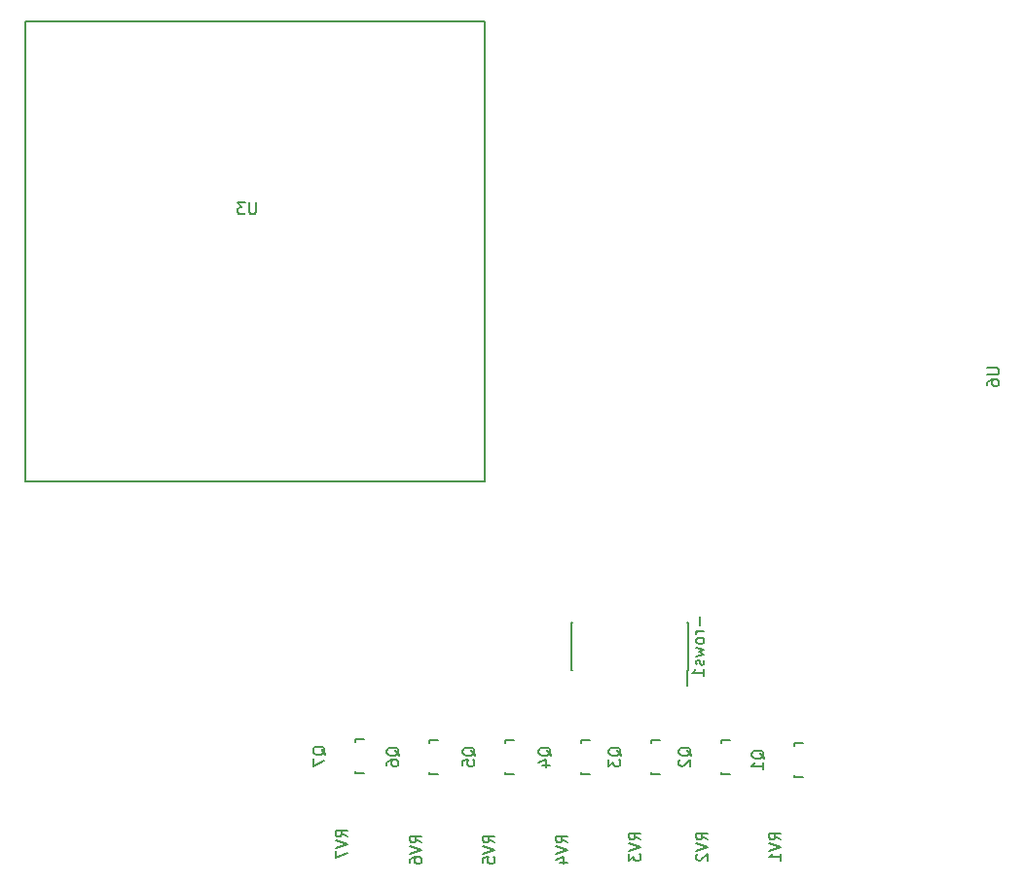
<source format=gbr>
G04 #@! TF.FileFunction,Legend,Bot*
%FSLAX46Y46*%
G04 Gerber Fmt 4.6, Leading zero omitted, Abs format (unit mm)*
G04 Created by KiCad (PCBNEW 4.0.2+dfsg1-stable) date Po  3. jún 2019, 21:27:26 CEST*
%MOMM*%
G01*
G04 APERTURE LIST*
%ADD10C,0.100000*%
%ADD11C,0.150000*%
G04 APERTURE END LIST*
D10*
D11*
X173024800Y-108736180D02*
X172323760Y-108736180D01*
X172323760Y-108736180D02*
X172323760Y-108985100D01*
X172323760Y-111535160D02*
X172323760Y-111735820D01*
X172323760Y-111735820D02*
X173024800Y-111735820D01*
X166674800Y-108482180D02*
X165973760Y-108482180D01*
X165973760Y-108482180D02*
X165973760Y-108731100D01*
X165973760Y-111281160D02*
X165973760Y-111481820D01*
X165973760Y-111481820D02*
X166674800Y-111481820D01*
X160578800Y-108482180D02*
X159877760Y-108482180D01*
X159877760Y-108482180D02*
X159877760Y-108731100D01*
X159877760Y-111281160D02*
X159877760Y-111481820D01*
X159877760Y-111481820D02*
X160578800Y-111481820D01*
X154482800Y-108482180D02*
X153781760Y-108482180D01*
X153781760Y-108482180D02*
X153781760Y-108731100D01*
X153781760Y-111281160D02*
X153781760Y-111481820D01*
X153781760Y-111481820D02*
X154482800Y-111481820D01*
X147878800Y-108482180D02*
X147177760Y-108482180D01*
X147177760Y-108482180D02*
X147177760Y-108731100D01*
X147177760Y-111281160D02*
X147177760Y-111481820D01*
X147177760Y-111481820D02*
X147878800Y-111481820D01*
X141274800Y-108482180D02*
X140573760Y-108482180D01*
X140573760Y-108482180D02*
X140573760Y-108731100D01*
X140573760Y-111281160D02*
X140573760Y-111481820D01*
X140573760Y-111481820D02*
X141274800Y-111481820D01*
X134846800Y-108398180D02*
X134145760Y-108398180D01*
X134145760Y-108398180D02*
X134145760Y-108647100D01*
X134145760Y-111197160D02*
X134145760Y-111397820D01*
X134145760Y-111397820D02*
X134846800Y-111397820D01*
X163063000Y-102405000D02*
X162958000Y-102405000D01*
X163063000Y-98255000D02*
X162958000Y-98255000D01*
X152913000Y-98255000D02*
X153018000Y-98255000D01*
X152913000Y-102405000D02*
X153018000Y-102405000D01*
X163063000Y-102405000D02*
X163063000Y-98255000D01*
X152913000Y-102405000D02*
X152913000Y-98255000D01*
X162958000Y-102405000D02*
X162958000Y-103780000D01*
X145410000Y-45974000D02*
X145410000Y-85974000D01*
X145410000Y-85974000D02*
X105510000Y-85974000D01*
X105510000Y-85974000D02*
X105410000Y-85974000D01*
X105410000Y-85974000D02*
X105410000Y-45974000D01*
X105410000Y-45974000D02*
X145410000Y-45974000D01*
X189104381Y-76116095D02*
X189913905Y-76116095D01*
X190009143Y-76163714D01*
X190056762Y-76211333D01*
X190104381Y-76306571D01*
X190104381Y-76497048D01*
X190056762Y-76592286D01*
X190009143Y-76639905D01*
X189913905Y-76687524D01*
X189104381Y-76687524D01*
X189104381Y-77592286D02*
X189104381Y-77401809D01*
X189152000Y-77306571D01*
X189199619Y-77258952D01*
X189342476Y-77163714D01*
X189532952Y-77116095D01*
X189913905Y-77116095D01*
X190009143Y-77163714D01*
X190056762Y-77211333D01*
X190104381Y-77306571D01*
X190104381Y-77497048D01*
X190056762Y-77592286D01*
X190009143Y-77639905D01*
X189913905Y-77687524D01*
X189675810Y-77687524D01*
X189580571Y-77639905D01*
X189532952Y-77592286D01*
X189485333Y-77497048D01*
X189485333Y-77306571D01*
X189532952Y-77211333D01*
X189580571Y-77163714D01*
X189675810Y-77116095D01*
X171126381Y-117182762D02*
X170650190Y-116849428D01*
X171126381Y-116611333D02*
X170126381Y-116611333D01*
X170126381Y-116992286D01*
X170174000Y-117087524D01*
X170221619Y-117135143D01*
X170316857Y-117182762D01*
X170459714Y-117182762D01*
X170554952Y-117135143D01*
X170602571Y-117087524D01*
X170650190Y-116992286D01*
X170650190Y-116611333D01*
X170126381Y-117468476D02*
X171126381Y-117801809D01*
X170126381Y-118135143D01*
X171126381Y-118992286D02*
X171126381Y-118420857D01*
X171126381Y-118706571D02*
X170126381Y-118706571D01*
X170269238Y-118611333D01*
X170364476Y-118516095D01*
X170412095Y-118420857D01*
X164776381Y-117182762D02*
X164300190Y-116849428D01*
X164776381Y-116611333D02*
X163776381Y-116611333D01*
X163776381Y-116992286D01*
X163824000Y-117087524D01*
X163871619Y-117135143D01*
X163966857Y-117182762D01*
X164109714Y-117182762D01*
X164204952Y-117135143D01*
X164252571Y-117087524D01*
X164300190Y-116992286D01*
X164300190Y-116611333D01*
X163776381Y-117468476D02*
X164776381Y-117801809D01*
X163776381Y-118135143D01*
X163871619Y-118420857D02*
X163824000Y-118468476D01*
X163776381Y-118563714D01*
X163776381Y-118801810D01*
X163824000Y-118897048D01*
X163871619Y-118944667D01*
X163966857Y-118992286D01*
X164062095Y-118992286D01*
X164204952Y-118944667D01*
X164776381Y-118373238D01*
X164776381Y-118992286D01*
X158934381Y-117182762D02*
X158458190Y-116849428D01*
X158934381Y-116611333D02*
X157934381Y-116611333D01*
X157934381Y-116992286D01*
X157982000Y-117087524D01*
X158029619Y-117135143D01*
X158124857Y-117182762D01*
X158267714Y-117182762D01*
X158362952Y-117135143D01*
X158410571Y-117087524D01*
X158458190Y-116992286D01*
X158458190Y-116611333D01*
X157934381Y-117468476D02*
X158934381Y-117801809D01*
X157934381Y-118135143D01*
X157934381Y-118373238D02*
X157934381Y-118992286D01*
X158315333Y-118658952D01*
X158315333Y-118801810D01*
X158362952Y-118897048D01*
X158410571Y-118944667D01*
X158505810Y-118992286D01*
X158743905Y-118992286D01*
X158839143Y-118944667D01*
X158886762Y-118897048D01*
X158934381Y-118801810D01*
X158934381Y-118516095D01*
X158886762Y-118420857D01*
X158839143Y-118373238D01*
X152584381Y-117436762D02*
X152108190Y-117103428D01*
X152584381Y-116865333D02*
X151584381Y-116865333D01*
X151584381Y-117246286D01*
X151632000Y-117341524D01*
X151679619Y-117389143D01*
X151774857Y-117436762D01*
X151917714Y-117436762D01*
X152012952Y-117389143D01*
X152060571Y-117341524D01*
X152108190Y-117246286D01*
X152108190Y-116865333D01*
X151584381Y-117722476D02*
X152584381Y-118055809D01*
X151584381Y-118389143D01*
X151917714Y-119151048D02*
X152584381Y-119151048D01*
X151536762Y-118912952D02*
X152251048Y-118674857D01*
X152251048Y-119293905D01*
X146234381Y-117436762D02*
X145758190Y-117103428D01*
X146234381Y-116865333D02*
X145234381Y-116865333D01*
X145234381Y-117246286D01*
X145282000Y-117341524D01*
X145329619Y-117389143D01*
X145424857Y-117436762D01*
X145567714Y-117436762D01*
X145662952Y-117389143D01*
X145710571Y-117341524D01*
X145758190Y-117246286D01*
X145758190Y-116865333D01*
X145234381Y-117722476D02*
X146234381Y-118055809D01*
X145234381Y-118389143D01*
X145234381Y-119198667D02*
X145234381Y-118722476D01*
X145710571Y-118674857D01*
X145662952Y-118722476D01*
X145615333Y-118817714D01*
X145615333Y-119055810D01*
X145662952Y-119151048D01*
X145710571Y-119198667D01*
X145805810Y-119246286D01*
X146043905Y-119246286D01*
X146139143Y-119198667D01*
X146186762Y-119151048D01*
X146234381Y-119055810D01*
X146234381Y-118817714D01*
X146186762Y-118722476D01*
X146139143Y-118674857D01*
X139884381Y-117436762D02*
X139408190Y-117103428D01*
X139884381Y-116865333D02*
X138884381Y-116865333D01*
X138884381Y-117246286D01*
X138932000Y-117341524D01*
X138979619Y-117389143D01*
X139074857Y-117436762D01*
X139217714Y-117436762D01*
X139312952Y-117389143D01*
X139360571Y-117341524D01*
X139408190Y-117246286D01*
X139408190Y-116865333D01*
X138884381Y-117722476D02*
X139884381Y-118055809D01*
X138884381Y-118389143D01*
X138884381Y-119151048D02*
X138884381Y-118960571D01*
X138932000Y-118865333D01*
X138979619Y-118817714D01*
X139122476Y-118722476D01*
X139312952Y-118674857D01*
X139693905Y-118674857D01*
X139789143Y-118722476D01*
X139836762Y-118770095D01*
X139884381Y-118865333D01*
X139884381Y-119055810D01*
X139836762Y-119151048D01*
X139789143Y-119198667D01*
X139693905Y-119246286D01*
X139455810Y-119246286D01*
X139360571Y-119198667D01*
X139312952Y-119151048D01*
X139265333Y-119055810D01*
X139265333Y-118865333D01*
X139312952Y-118770095D01*
X139360571Y-118722476D01*
X139455810Y-118674857D01*
X133407381Y-116928762D02*
X132931190Y-116595428D01*
X133407381Y-116357333D02*
X132407381Y-116357333D01*
X132407381Y-116738286D01*
X132455000Y-116833524D01*
X132502619Y-116881143D01*
X132597857Y-116928762D01*
X132740714Y-116928762D01*
X132835952Y-116881143D01*
X132883571Y-116833524D01*
X132931190Y-116738286D01*
X132931190Y-116357333D01*
X132407381Y-117214476D02*
X133407381Y-117547809D01*
X132407381Y-117881143D01*
X132407381Y-118119238D02*
X132407381Y-118785905D01*
X133407381Y-118357333D01*
X169711619Y-110140762D02*
X169664000Y-110045524D01*
X169568762Y-109950286D01*
X169425905Y-109807429D01*
X169378286Y-109712190D01*
X169378286Y-109616952D01*
X169616381Y-109664571D02*
X169568762Y-109569333D01*
X169473524Y-109474095D01*
X169283048Y-109426476D01*
X168949714Y-109426476D01*
X168759238Y-109474095D01*
X168664000Y-109569333D01*
X168616381Y-109664571D01*
X168616381Y-109855048D01*
X168664000Y-109950286D01*
X168759238Y-110045524D01*
X168949714Y-110093143D01*
X169283048Y-110093143D01*
X169473524Y-110045524D01*
X169568762Y-109950286D01*
X169616381Y-109855048D01*
X169616381Y-109664571D01*
X169616381Y-111045524D02*
X169616381Y-110474095D01*
X169616381Y-110759809D02*
X168616381Y-110759809D01*
X168759238Y-110664571D01*
X168854476Y-110569333D01*
X168902095Y-110474095D01*
X163361619Y-109886762D02*
X163314000Y-109791524D01*
X163218762Y-109696286D01*
X163075905Y-109553429D01*
X163028286Y-109458190D01*
X163028286Y-109362952D01*
X163266381Y-109410571D02*
X163218762Y-109315333D01*
X163123524Y-109220095D01*
X162933048Y-109172476D01*
X162599714Y-109172476D01*
X162409238Y-109220095D01*
X162314000Y-109315333D01*
X162266381Y-109410571D01*
X162266381Y-109601048D01*
X162314000Y-109696286D01*
X162409238Y-109791524D01*
X162599714Y-109839143D01*
X162933048Y-109839143D01*
X163123524Y-109791524D01*
X163218762Y-109696286D01*
X163266381Y-109601048D01*
X163266381Y-109410571D01*
X162361619Y-110220095D02*
X162314000Y-110267714D01*
X162266381Y-110362952D01*
X162266381Y-110601048D01*
X162314000Y-110696286D01*
X162361619Y-110743905D01*
X162456857Y-110791524D01*
X162552095Y-110791524D01*
X162694952Y-110743905D01*
X163266381Y-110172476D01*
X163266381Y-110791524D01*
X157265619Y-109886762D02*
X157218000Y-109791524D01*
X157122762Y-109696286D01*
X156979905Y-109553429D01*
X156932286Y-109458190D01*
X156932286Y-109362952D01*
X157170381Y-109410571D02*
X157122762Y-109315333D01*
X157027524Y-109220095D01*
X156837048Y-109172476D01*
X156503714Y-109172476D01*
X156313238Y-109220095D01*
X156218000Y-109315333D01*
X156170381Y-109410571D01*
X156170381Y-109601048D01*
X156218000Y-109696286D01*
X156313238Y-109791524D01*
X156503714Y-109839143D01*
X156837048Y-109839143D01*
X157027524Y-109791524D01*
X157122762Y-109696286D01*
X157170381Y-109601048D01*
X157170381Y-109410571D01*
X156170381Y-110172476D02*
X156170381Y-110791524D01*
X156551333Y-110458190D01*
X156551333Y-110601048D01*
X156598952Y-110696286D01*
X156646571Y-110743905D01*
X156741810Y-110791524D01*
X156979905Y-110791524D01*
X157075143Y-110743905D01*
X157122762Y-110696286D01*
X157170381Y-110601048D01*
X157170381Y-110315333D01*
X157122762Y-110220095D01*
X157075143Y-110172476D01*
X151169619Y-109886762D02*
X151122000Y-109791524D01*
X151026762Y-109696286D01*
X150883905Y-109553429D01*
X150836286Y-109458190D01*
X150836286Y-109362952D01*
X151074381Y-109410571D02*
X151026762Y-109315333D01*
X150931524Y-109220095D01*
X150741048Y-109172476D01*
X150407714Y-109172476D01*
X150217238Y-109220095D01*
X150122000Y-109315333D01*
X150074381Y-109410571D01*
X150074381Y-109601048D01*
X150122000Y-109696286D01*
X150217238Y-109791524D01*
X150407714Y-109839143D01*
X150741048Y-109839143D01*
X150931524Y-109791524D01*
X151026762Y-109696286D01*
X151074381Y-109601048D01*
X151074381Y-109410571D01*
X150407714Y-110696286D02*
X151074381Y-110696286D01*
X150026762Y-110458190D02*
X150741048Y-110220095D01*
X150741048Y-110839143D01*
X144565619Y-109886762D02*
X144518000Y-109791524D01*
X144422762Y-109696286D01*
X144279905Y-109553429D01*
X144232286Y-109458190D01*
X144232286Y-109362952D01*
X144470381Y-109410571D02*
X144422762Y-109315333D01*
X144327524Y-109220095D01*
X144137048Y-109172476D01*
X143803714Y-109172476D01*
X143613238Y-109220095D01*
X143518000Y-109315333D01*
X143470381Y-109410571D01*
X143470381Y-109601048D01*
X143518000Y-109696286D01*
X143613238Y-109791524D01*
X143803714Y-109839143D01*
X144137048Y-109839143D01*
X144327524Y-109791524D01*
X144422762Y-109696286D01*
X144470381Y-109601048D01*
X144470381Y-109410571D01*
X143470381Y-110743905D02*
X143470381Y-110267714D01*
X143946571Y-110220095D01*
X143898952Y-110267714D01*
X143851333Y-110362952D01*
X143851333Y-110601048D01*
X143898952Y-110696286D01*
X143946571Y-110743905D01*
X144041810Y-110791524D01*
X144279905Y-110791524D01*
X144375143Y-110743905D01*
X144422762Y-110696286D01*
X144470381Y-110601048D01*
X144470381Y-110362952D01*
X144422762Y-110267714D01*
X144375143Y-110220095D01*
X137961619Y-109886762D02*
X137914000Y-109791524D01*
X137818762Y-109696286D01*
X137675905Y-109553429D01*
X137628286Y-109458190D01*
X137628286Y-109362952D01*
X137866381Y-109410571D02*
X137818762Y-109315333D01*
X137723524Y-109220095D01*
X137533048Y-109172476D01*
X137199714Y-109172476D01*
X137009238Y-109220095D01*
X136914000Y-109315333D01*
X136866381Y-109410571D01*
X136866381Y-109601048D01*
X136914000Y-109696286D01*
X137009238Y-109791524D01*
X137199714Y-109839143D01*
X137533048Y-109839143D01*
X137723524Y-109791524D01*
X137818762Y-109696286D01*
X137866381Y-109601048D01*
X137866381Y-109410571D01*
X136866381Y-110696286D02*
X136866381Y-110505809D01*
X136914000Y-110410571D01*
X136961619Y-110362952D01*
X137104476Y-110267714D01*
X137294952Y-110220095D01*
X137675905Y-110220095D01*
X137771143Y-110267714D01*
X137818762Y-110315333D01*
X137866381Y-110410571D01*
X137866381Y-110601048D01*
X137818762Y-110696286D01*
X137771143Y-110743905D01*
X137675905Y-110791524D01*
X137437810Y-110791524D01*
X137342571Y-110743905D01*
X137294952Y-110696286D01*
X137247333Y-110601048D01*
X137247333Y-110410571D01*
X137294952Y-110315333D01*
X137342571Y-110267714D01*
X137437810Y-110220095D01*
X131533619Y-109802762D02*
X131486000Y-109707524D01*
X131390762Y-109612286D01*
X131247905Y-109469429D01*
X131200286Y-109374190D01*
X131200286Y-109278952D01*
X131438381Y-109326571D02*
X131390762Y-109231333D01*
X131295524Y-109136095D01*
X131105048Y-109088476D01*
X130771714Y-109088476D01*
X130581238Y-109136095D01*
X130486000Y-109231333D01*
X130438381Y-109326571D01*
X130438381Y-109517048D01*
X130486000Y-109612286D01*
X130581238Y-109707524D01*
X130771714Y-109755143D01*
X131105048Y-109755143D01*
X131295524Y-109707524D01*
X131390762Y-109612286D01*
X131438381Y-109517048D01*
X131438381Y-109326571D01*
X130438381Y-110088476D02*
X130438381Y-110755143D01*
X131438381Y-110326571D01*
X164059429Y-97782381D02*
X164059429Y-98544286D01*
X164440381Y-99020476D02*
X163773714Y-99020476D01*
X163964190Y-99020476D02*
X163868952Y-99068095D01*
X163821333Y-99115714D01*
X163773714Y-99210952D01*
X163773714Y-99306191D01*
X164440381Y-99782381D02*
X164392762Y-99687143D01*
X164345143Y-99639524D01*
X164249905Y-99591905D01*
X163964190Y-99591905D01*
X163868952Y-99639524D01*
X163821333Y-99687143D01*
X163773714Y-99782381D01*
X163773714Y-99925239D01*
X163821333Y-100020477D01*
X163868952Y-100068096D01*
X163964190Y-100115715D01*
X164249905Y-100115715D01*
X164345143Y-100068096D01*
X164392762Y-100020477D01*
X164440381Y-99925239D01*
X164440381Y-99782381D01*
X163773714Y-100449048D02*
X164440381Y-100639524D01*
X163964190Y-100830001D01*
X164440381Y-101020477D01*
X163773714Y-101210953D01*
X164392762Y-101544286D02*
X164440381Y-101639524D01*
X164440381Y-101830000D01*
X164392762Y-101925239D01*
X164297524Y-101972858D01*
X164249905Y-101972858D01*
X164154667Y-101925239D01*
X164107048Y-101830000D01*
X164107048Y-101687143D01*
X164059429Y-101591905D01*
X163964190Y-101544286D01*
X163916571Y-101544286D01*
X163821333Y-101591905D01*
X163773714Y-101687143D01*
X163773714Y-101830000D01*
X163821333Y-101925239D01*
X164440381Y-102925239D02*
X164440381Y-102353810D01*
X164440381Y-102639524D02*
X163440381Y-102639524D01*
X163583238Y-102544286D01*
X163678476Y-102449048D01*
X163726095Y-102353810D01*
X125471905Y-61726381D02*
X125471905Y-62535905D01*
X125424286Y-62631143D01*
X125376667Y-62678762D01*
X125281429Y-62726381D01*
X125090952Y-62726381D01*
X124995714Y-62678762D01*
X124948095Y-62631143D01*
X124900476Y-62535905D01*
X124900476Y-61726381D01*
X124519524Y-61726381D02*
X123900476Y-61726381D01*
X124233810Y-62107333D01*
X124090952Y-62107333D01*
X123995714Y-62154952D01*
X123948095Y-62202571D01*
X123900476Y-62297810D01*
X123900476Y-62535905D01*
X123948095Y-62631143D01*
X123995714Y-62678762D01*
X124090952Y-62726381D01*
X124376667Y-62726381D01*
X124471905Y-62678762D01*
X124519524Y-62631143D01*
M02*

</source>
